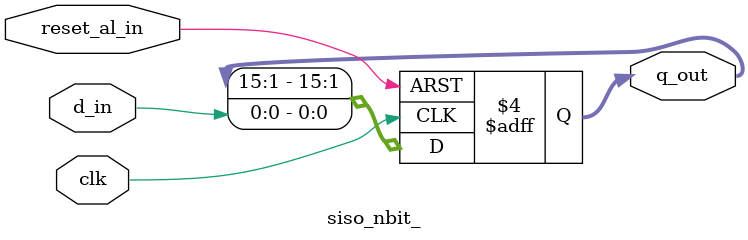
<source format=v>
module siso_nbit_ #(parameter N=16) (d_in, q_out, clk, reset_al_in);

input  clk;
input  reset_al_in;
input  d_in;
output reg  [N-1:0] q_out;
integer i;


always@(posedge clk or negedge reset_al_in) begin
	if (~reset_al_in) 
		q_out = 0;
	else begin
		for (i=1; i < N; i++) begin
			q_out[N-1+i] <= q_out[N+i-2];
		end
	q_out[0] <= d_in;
	end
end

endmodule
</source>
